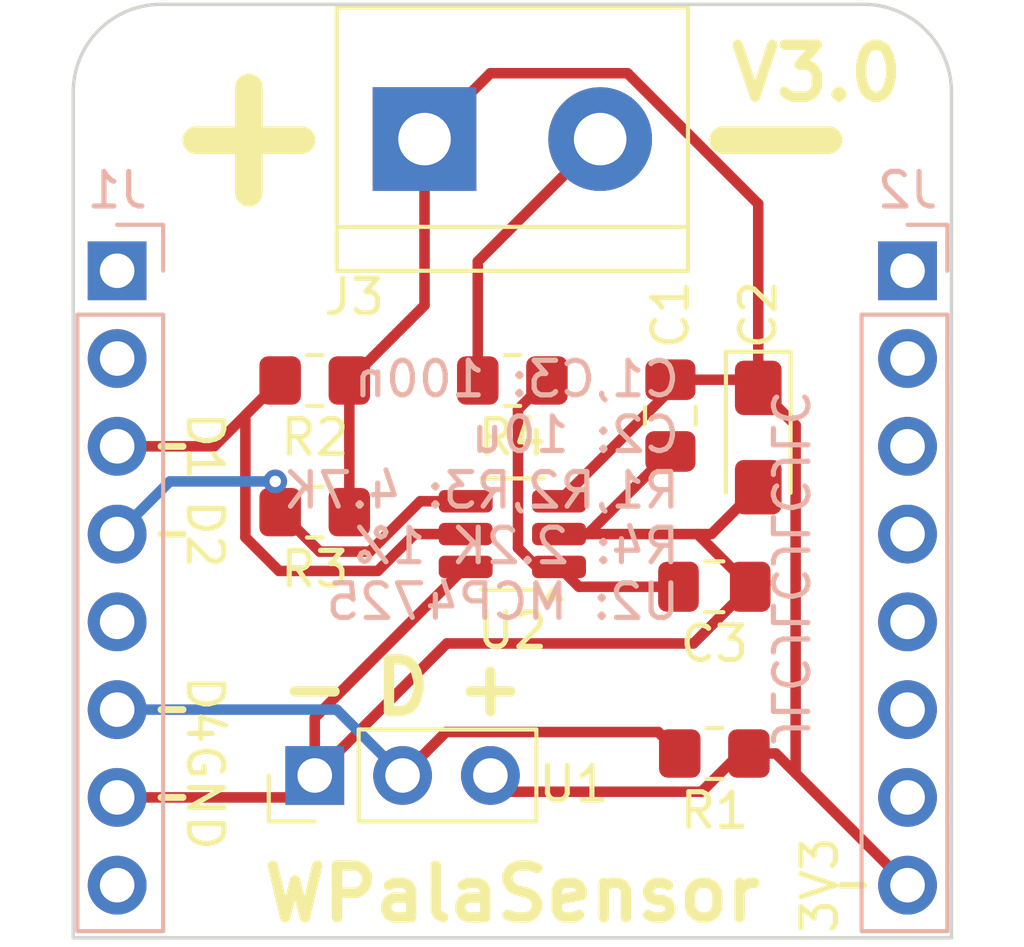
<source format=kicad_pcb>
(kicad_pcb (version 20240108) (generator "pcbnew") (generator_version "8.0")
  (layers (0 "F.Cu" signal) (31 "B.Cu" signal) (34 "B.Paste" user) (35 "F.Paste" user) (36 "B.SilkS" user "B.Silkscreen") (37 "F.SilkS" user "F.Silkscreen") (38 "B.Mask" user) (39 "F.Mask" user) (44 "Edge.Cuts" user))
  (net 0 "")
  (net 1 "Net-(U2-VOUT)")
  (net 2 "GND")
  (net 3 "VCC")
  (net 5 "Net-(J1-D2)")
  (net 6 "Net-(J1-D4)")
  (net 7 "Net-(J1-D1)")
  (net 18 "Net-(J3-Pin_2)")
  (footprint "Resistor_SMD:R_0805_2012Metric_Pad1.20x1.40mm_HandSolder" (layer "F.Cu") (at 42.672 39.37 180)
    (property "Reference" "R1" (at 0 -1.65 0) (layer "F.SilkS"))
    (property "Value" "4.7K")
    (fp_line (start -0.227064 0.735) (end 0.227064 0.735) (stroke (width 0.12)) (layer "F.SilkS"))
    (fp_line (start -0.227064 -0.735) (end 0.227064 -0.735) (stroke (width 0.12)) (layer "F.SilkS"))
    (pad "1" smd roundrect (at -1 0 180) (size 1.2 1.4) (layers "F.Cu" "F.Paste" "F.Mask") (roundrect_rratio 0.208333) (net 3 "VCC"))
    (pad "2" smd roundrect (at 1 0 180) (size 1.2 1.4) (layers "F.Cu" "F.Paste" "F.Mask") (roundrect_rratio 0.208333) (net 6 "Net-(J1-D4)"))
  )
  (footprint "Resistor_SMD:R_0805_2012Metric_Pad1.20x1.40mm_HandSolder" (layer "F.Cu") (at 31.115 28.575 180)
    (property "Reference" "R2" (at 0 -1.651 0) (layer "F.SilkS"))
    (property "Value" "4.7K")
    (fp_line (start -0.227064 0.735) (end 0.227064 0.735) (stroke (width 0.12)) (layer "F.SilkS"))
    (fp_line (start -0.227064 -0.735) (end 0.227064 -0.735) (stroke (width 0.12)) (layer "F.SilkS"))
    (pad "1" smd roundrect (at -1 0 180) (size 1.2 1.4) (layers "F.Cu" "F.Paste" "F.Mask") (roundrect_rratio 0.208333) (net 3 "VCC"))
    (pad "2" smd roundrect (at 1 0 180) (size 1.2 1.4) (layers "F.Cu" "F.Paste" "F.Mask") (roundrect_rratio 0.208333) (net 7 "Net-(J1-D1)"))
  )
  (footprint "Capacitor_SMD:C_0805_2012Metric_Pad1.18x1.45mm_HandSolder" (layer "F.Cu") (at 41.402 29.591 -90)
    (property "Reference" "C1" (at -2.921 0 90) (layer "F.SilkS"))
    (property "Value" "100n")
    (fp_line (start -0.261252 0.735) (end 0.261252 0.735) (stroke (width 0.12)) (layer "F.SilkS"))
    (fp_line (start -0.261252 -0.735) (end 0.261252 -0.735) (stroke (width 0.12)) (layer "F.SilkS"))
    (pad "1" smd roundrect (at -1.0375 0 270) (size 1.175 1.45) (layers "F.Cu" "F.Paste" "F.Mask") (roundrect_rratio 0.212766) (net 3 "VCC"))
    (pad "2" smd roundrect (at 1.0375 0 270) (size 1.175 1.45) (layers "F.Cu" "F.Paste" "F.Mask") (roundrect_rratio 0.212766) (net 2 "GND"))
  )
  (footprint "Capacitor_Tantalum_SMD:CP_EIA-3216-18_Kemet-A_Pad1.58x1.35mm_HandSolder" (layer "F.Cu") (at 43.942 30.226 -90)
    (property "Reference" "C2" (at -3.556 0 90) (layer "F.SilkS"))
    (property "Value" "10u")
    (fp_line (start -2.485 0.935) (end 1.6 0.935) (stroke (width 0.12)) (layer "F.SilkS"))
    (fp_line (start -2.485 -0.935) (end -2.485 0.935) (stroke (width 0.12)) (layer "F.SilkS"))
    (fp_line (start 1.6 -0.935) (end -2.485 -0.935) (stroke (width 0.12)) (layer "F.SilkS"))
    (pad "1" smd roundrect (at -1.4375 0 270) (size 1.575 1.35) (layers "F.Cu" "F.Paste" "F.Mask") (roundrect_rratio 0.185185) (net 3 "VCC"))
    (pad "2" smd roundrect (at 1.4375 0 270) (size 1.575 1.35) (layers "F.Cu" "F.Paste" "F.Mask") (roundrect_rratio 0.185185) (net 2 "GND"))
  )
  (footprint "Resistor_SMD:R_0805_2012Metric_Pad1.20x1.40mm_HandSolder" (layer "F.Cu") (at 31.115 32.385 180)
    (property "Reference" "R3" (at 0 -1.651 0) (layer "F.SilkS"))
    (property "Value" "4.7K")
    (fp_line (start -0.227064 0.735) (end 0.227064 0.735) (stroke (width 0.12)) (layer "F.SilkS"))
    (fp_line (start -0.227064 -0.735) (end 0.227064 -0.735) (stroke (width 0.12)) (layer "F.SilkS"))
    (pad "1" smd roundrect (at -1 0 180) (size 1.2 1.4) (layers "F.Cu" "F.Paste" "F.Mask") (roundrect_rratio 0.208333) (net 3 "VCC"))
    (pad "2" smd roundrect (at 1 0 180) (size 1.2 1.4) (layers "F.Cu" "F.Paste" "F.Mask") (roundrect_rratio 0.208333) (net 5 "Net-(J1-D2)"))
  )
  (footprint "Capacitor_SMD:C_0805_2012Metric_Pad1.18x1.45mm_HandSolder" (layer "F.Cu") (at 42.672 34.544)
    (property "Reference" "C3" (at 0 1.651 0) (layer "F.SilkS"))
    (property "Value" "100n")
    (fp_line (start -0.261252 -0.735) (end 0.261252 -0.735) (stroke (width 0.12)) (layer "F.SilkS"))
    (fp_line (start -0.261252 0.735) (end 0.261252 0.735) (stroke (width 0.12)) (layer "F.SilkS"))
    (pad "1" smd roundrect (at -1.0375 0) (size 1.175 1.45) (layers "F.Cu" "F.Paste" "F.Mask") (roundrect_rratio 0.212766) (net 1 "Net-(U2-VOUT)"))
    (pad "2" smd roundrect (at 1.0375 0) (size 1.175 1.45) (layers "F.Cu" "F.Paste" "F.Mask") (roundrect_rratio 0.212766) (net 2 "GND"))
  )
  (footprint "Resistor_SMD:R_0805_2012Metric_Pad1.20x1.40mm_HandSolder" (layer "F.Cu") (at 36.83 28.575)
    (property "Reference" "R4" (at 0 1.651 0) (layer "F.SilkS"))
    (property "Value" "2.2K 1%")
    (fp_line (start -0.227064 -0.735) (end 0.227064 -0.735) (stroke (width 0.12)) (layer "F.SilkS"))
    (fp_line (start -0.227064 0.735) (end 0.227064 0.735) (stroke (width 0.12)) (layer "F.SilkS"))
    (pad "1" smd roundrect (at -1 0) (size 1.2 1.4) (layers "F.Cu" "F.Paste" "F.Mask") (roundrect_rratio 0.208333) (net 18 "Net-(J3-Pin_2)"))
    (pad "2" smd roundrect (at 1 0) (size 1.2 1.4) (layers "F.Cu" "F.Paste" "F.Mask") (roundrect_rratio 0.208333) (net 1 "Net-(U2-VOUT)"))
  )
  (footprint "Connector_PinHeader_2.54mm:PinHeader_1x03_P2.54mm_Vertical" (layer "F.Cu") (at 31.115 40.005 90)
    (property "Reference" "U1" (at -0.254 7.493 180) (layer "F.SilkS"))
    (property "Value" "DS18B20")
    (fp_line (start -1.33 -1.33) (end 0 -1.33) (stroke (width 0.12)) (layer "F.SilkS"))
    (fp_line (start -1.33 0) (end -1.33 -1.33) (stroke (width 0.12)) (layer "F.SilkS"))
    (fp_line (start 1.33 1.27) (end 1.33 6.41) (stroke (width 0.12)) (layer "F.SilkS"))
    (fp_line (start -1.33 1.27) (end 1.33 1.27) (stroke (width 0.12)) (layer "F.SilkS"))
    (fp_line (start -1.33 1.27) (end -1.33 6.41) (stroke (width 0.12)) (layer "F.SilkS"))
    (fp_line (start -1.33 6.41) (end 1.33 6.41) (stroke (width 0.12)) (layer "F.SilkS"))
    (pad "1" thru_hole rect (at 0 0 90) (size 1.7 1.7) (drill 1) (layers "*.Cu" "*.Mask") (net 2 "GND"))
    (pad "2" thru_hole oval (at 0 2.54 90) (size 1.7 1.7) (drill 1) (layers "*.Cu" "*.Mask") (net 6 "Net-(J1-D4)"))
    (pad "3" thru_hole oval (at 0 5.08 90) (size 1.7 1.7) (drill 1) (layers "*.Cu" "*.Mask") (net 3 "VCC"))
  )
  (footprint "Package_TO_SOT_SMD:SOT-23-6_Handsoldering" (layer "F.Cu") (at 36.83 33.02 180)
    (property "Reference" "U2" (at 0 -2.794 0) (layer "F.SilkS"))
    (property "Value" "MCP4725")
    (fp_line (start 0.1 -1.61) (end 0.9 -1.61) (stroke (width 0.12)) (layer "F.SilkS"))
    (fp_line (start 0.1 -1.61) (end -0.7 -1.61) (stroke (width 0.12)) (layer "F.SilkS"))
    (fp_line (start -0.9 1.61) (end 0.9 1.61) (stroke (width 0.12)) (layer "F.SilkS"))
    (fp_poly (pts (xy -1.2 -1.56) (xy -1.44 -1.89) (xy -0.96 -1.89) (xy -1.2 -1.56)) (stroke (width 0.12)) (fill solid) (layer "F.SilkS"))
    (pad "1" smd roundrect (at -1.35 -0.95 180) (size 1.56 0.65) (layers "F.Cu" "F.Paste" "F.Mask") (net 1 "Net-(U2-VOUT)"))
    (pad "2" smd roundrect (at -1.35 0 180) (size 1.56 0.65) (layers "F.Cu" "F.Paste" "F.Mask") (net 2 "GND"))
    (pad "3" smd roundrect (at -1.35 0.95 180) (size 1.56 0.65) (layers "F.Cu" "F.Paste" "F.Mask") (net 3 "VCC"))
    (pad "4" smd roundrect (at 1.35 0.95 180) (size 1.56 0.65) (layers "F.Cu" "F.Paste" "F.Mask") (net 5 "Net-(J1-D2)"))
    (pad "5" smd roundrect (at 1.35 0 180) (size 1.56 0.65) (layers "F.Cu" "F.Paste" "F.Mask") (net 7 "Net-(J1-D1)"))
    (pad "6" smd roundrect (at 1.35 -0.95 180) (size 1.56 0.65) (layers "F.Cu" "F.Paste" "F.Mask") (net 2 "GND"))
  )
  (footprint "TerminalBlock:TerminalBlock_bornier-2_P5.08mm" (layer "F.Cu") (at 34.29 21.59)
    (property "Reference" "J3" (at -2.032 4.572 0) (layer "F.SilkS"))
    (property "Value" "Fumis T01")
    (fp_line (start -2.54 -3.81) (end -2.54 3.81) (stroke (width 0.12)) (layer "F.SilkS"))
    (fp_line (start -2.54 3.81) (end 7.62 3.81) (stroke (width 0.12)) (layer "F.SilkS"))
    (fp_line (start 7.62 -3.81) (end -2.54 -3.81) (stroke (width 0.12)) (layer "F.SilkS"))
    (fp_line (start 7.62 2.54) (end -2.54 2.54) (stroke (width 0.12)) (layer "F.SilkS"))
    (fp_line (start 7.62 3.81) (end 7.62 -3.81) (stroke (width 0.12)) (layer "F.SilkS"))
    (pad "1" thru_hole rect (at 0 0) (size 3 3) (drill 1.52) (layers "*.Cu" "*.Mask") (net 3 "VCC"))
    (pad "2" thru_hole circle (at 5.08 0) (size 3 3) (drill 1.52) (layers "*.Cu" "*.Mask") (net 18 "Net-(J3-Pin_2)"))
  )
  (footprint "wemos_d1_mini:WeMos_D1_mini_Hat_Left" (layer "B.Cu") (at 25.4 25.4 180)
    (property "Reference" "J1" (at 0 2.33 0) (layer "B.SilkS") (effects (justify mirror)))
    (property "Value" "WeMos_mini_Hat_Left")
    (fp_line (start 1.15 -1.27) (end -1.33 -1.27) (stroke (width 0.12)) (layer "B.SilkS"))
    (fp_line (start 1.15 -19.11) (end 1.15 -1.27) (stroke (width 0.12)) (layer "B.SilkS"))
    (fp_line (start 1.15 -19.11) (end -1.33 -19.11) (stroke (width 0.12)) (layer "B.SilkS"))
    (fp_line (start 0 1.33) (end -1.33 1.33) (stroke (width 0.12)) (layer "B.SilkS"))
    (fp_line (start -1.33 1.33) (end -1.33 0) (stroke (width 0.12)) (layer "B.SilkS"))
    (fp_line (start -1.33 -19.11) (end -1.33 -1.27) (stroke (width 0.12)) (layer "B.SilkS"))
    (pad "1" thru_hole rect (at 0 0 180) (size 1.7 1.7) (drill 1) (layers "*.Cu" "*.Mask"))
    (pad "2" thru_hole oval (at 0 -2.54 180) (size 1.7 1.7) (drill 1) (layers "*.Cu" "*.Mask"))
    (pad "3" thru_hole oval (at 0 -5.08 180) (size 1.7 1.7) (drill 1) (layers "*.Cu" "*.Mask") (net 7 "Net-(J1-D1)"))
    (pad "4" thru_hole oval (at 0 -7.62 180) (size 1.7 1.7) (drill 1) (layers "*.Cu" "*.Mask") (net 5 "Net-(J1-D2)"))
    (pad "5" thru_hole oval (at 0 -10.16 180) (size 1.7 1.7) (drill 1) (layers "*.Cu" "*.Mask"))
    (pad "6" thru_hole oval (at 0 -12.7 180) (size 1.7 1.7) (drill 1) (layers "*.Cu" "*.Mask") (net 6 "Net-(J1-D4)"))
    (pad "7" thru_hole oval (at 0 -15.24 180) (size 1.7 1.7) (drill 1) (layers "*.Cu" "*.Mask") (net 2 "GND"))
    (pad "8" thru_hole oval (at 0 -17.78 180) (size 1.7 1.7) (drill 1) (layers "*.Cu" "*.Mask"))
  )
  (footprint "wemos_d1_mini:WeMos_D1_mini_Hat_Right" (layer "B.Cu") (at 48.26 25.4 180)
    (property "Reference" "J2" (at 0 2.33 0) (layer "B.SilkS") (effects (justify mirror)))
    (property "Value" "WeMos_mini_Hat_Right")
    (fp_line (start 1.33 -1.27) (end -1.15 -1.27) (stroke (width 0.12)) (layer "B.SilkS"))
    (fp_line (start 1.33 -19.08) (end 1.33 -1.27) (stroke (width 0.12)) (layer "B.SilkS"))
    (fp_line (start 1.33 -19.11) (end -1.15 -19.11) (stroke (width 0.12)) (layer "B.SilkS"))
    (fp_line (start 0 1.33) (end -1.15 1.33) (stroke (width 0.12)) (layer "B.SilkS"))
    (fp_line (start -1.15 1.33) (end -1.15 0) (stroke (width 0.12)) (layer "B.SilkS"))
    (fp_line (start -1.15 -19.08) (end -1.15 -1.27) (stroke (width 0.12)) (layer "B.SilkS"))
    (pad "1" thru_hole rect (at 0 0 180) (size 1.7 1.7) (drill 1) (layers "*.Cu" "*.Mask"))
    (pad "2" thru_hole oval (at 0 -2.54 180) (size 1.7 1.7) (drill 1) (layers "*.Cu" "*.Mask"))
    (pad "3" thru_hole oval (at 0 -5.08 180) (size 1.7 1.7) (drill 1) (layers "*.Cu" "*.Mask"))
    (pad "4" thru_hole oval (at 0 -7.62 180) (size 1.7 1.7) (drill 1) (layers "*.Cu" "*.Mask"))
    (pad "5" thru_hole oval (at 0 -10.16 180) (size 1.7 1.7) (drill 1) (layers "*.Cu" "*.Mask"))
    (pad "6" thru_hole oval (at 0 -12.7 180) (size 1.7 1.7) (drill 1) (layers "*.Cu" "*.Mask"))
    (pad "7" thru_hole oval (at 0 -15.24 180) (size 1.7 1.7) (drill 1) (layers "*.Cu" "*.Mask"))
    (pad "8" thru_hole oval (at 0 -17.78 180) (size 1.7 1.7) (drill 1) (layers "*.Cu" "*.Mask") (net 3 "VCC"))
  )
  (gr_line (start 46.355 43.18) (end 46.99 43.18) (stroke (width 0.2)) (layer "F.SilkS"))
  (gr_line (start 26.67 30.48) (end 27.305 30.48) (stroke (width 0.2)) (layer "F.SilkS"))
  (gr_line (start 26.67 40.64) (end 27.305 40.64) (stroke (width 0.2)) (layer "F.SilkS"))
  (gr_line (start 26.67 33.02) (end 27.305 33.02) (stroke (width 0.2)) (layer "F.SilkS"))
  (gr_line (start 26.67 38.1) (end 27.305 38.1) (stroke (width 0.2)) (layer "F.SilkS"))
  (gr_arc (start 24.13 20.23) (mid 24.873949 18.433949) (end 26.67 17.69) (stroke (width 0.1)) (layer "Edge.Cuts"))
  (gr_arc (start 46.99 17.69) (mid 48.786051 18.433949) (end 49.53 20.23) (stroke (width 0.1)) (layer "Edge.Cuts"))
  (gr_line (start 26.67 17.69) (end 46.99 17.69) (stroke (width 0.1)) (layer "Edge.Cuts"))
  (gr_line (start 24.13 44.704) (end 49.53 44.704) (stroke (width 0.1)) (layer "Edge.Cuts"))
  (gr_line (start 49.53 44.704) (end 49.53 20.23) (stroke (width 0.1)) (layer "Edge.Cuts"))
  (gr_line (start 24.13 20.23) (end 24.13 44.704) (stroke (width 0.1)) (layer "Edge.Cuts"))
  (gr_text "C1,C3: 100n\nC2: 10u\nR1,R2,R3: 4.7K\nR4: 2.2K 1%\nU2: MCP4725" (at 41.75 35.56 -0) (layer "B.SilkS") (effects (font (size 1 1)) (justify left bottom mirror)))
  (gr_text "JLCJLCJLCJLC" (at 44.25 39.25 -90) (layer "B.SilkS") (effects (font (size 1 1)) (justify left bottom mirror)))
  (gr_text "+" (at 29.21 21.336 0) (layer "F.SilkS") (effects (font (size 4 4) (thickness 0.8) (bold yes))))
  (gr_text "GND" (at 27.94 40.64 270) (layer "F.SilkS") (effects (font (size 1 1))))
  (gr_text "3V3" (at 45.72 43.18 90) (layer "F.SilkS") (effects (font (size 1 1))))
  (gr_text "D1" (at 27.94 30.48 270) (layer "F.SilkS") (effects (font (size 1 1))))
  (gr_text "V3.0" (at 48.26 19.685 0) (layer "F.SilkS") (effects (font (size 1.5 1.5) (thickness 0.3)) (justify right)))
  (gr_text "-" (at 31.115 37.465 0) (layer "F.SilkS") (effects (font (size 1.5 1.5) (thickness 0.3))))
  (gr_text "-" (at 44.45 21.336 0) (layer "F.SilkS") (effects (font (size 4 4) (thickness 0.8) (bold yes))))
  (gr_text "D4" (at 27.94 38.1 270) (layer "F.SilkS") (effects (font (size 1 1))))
  (gr_text "WPalaSensor" (at 36.83 43.434 0) (layer "F.SilkS") (effects (font (size 1.5 1.5) (thickness 0.3))))
  (gr_text "D" (at 33.655 37.465 0) (layer "F.SilkS") (effects (font (size 1.5 1.5) (thickness 0.3))))
  (gr_text "D2" (at 27.94 33.02 270) (layer "F.SilkS") (effects (font (size 1 1))))
  (gr_text "+" (at 36.195 37.465 0) (layer "F.SilkS") (effects (font (size 1.5 1.5) (thickness 0.3))))
  (segment (start 38.18 33.97) (end 37.54095 33.97) (width 0.3048) (layer "F.Cu") (net 1))
  (segment (start 36.9936 29.4114) (end 37.83 28.575) (width 0.3048) (layer "F.Cu") (net 1))
  (segment (start 38.754 34.544) (end 38.18 33.97) (width 0.3048) (layer "F.Cu") (net 1))
  (segment (start 36.9936 33.42265) (end 36.9936 29.4114) (width 0.3048) (layer "F.Cu") (net 1))
  (segment (start 37.54095 33.97) (end 36.9936 33.42265) (width 0.3048) (layer "F.Cu") (net 1))
  (segment (start 41.6345 34.544) (end 38.754 34.544) (width 0.3048) (layer "F.Cu") (net 1))
  (segment (start 42.5855 33.02) (end 43.942 31.6635) (width 0.3048) (layer "F.Cu") (net 2))
  (segment (start 30.48 40.64) (end 31.115 40.005) (width 0.3048) (layer "F.Cu") (net 2))
  (segment (start 38.18 33.02) (end 39.0105 33.02) (width 0.3048) (layer "F.Cu") (net 2))
  (segment (start 34.934818 36.185182) (end 42.068318 36.185182) (width 0.3048) (layer "F.Cu") (net 2))
  (segment (start 31.115 38.335) (end 35.48 33.97) (width 0.3048) (layer "F.Cu") (net 2))
  (segment (start 31.115 40.005) (end 34.934818 36.185182) (width 0.3048) (layer "F.Cu") (net 2))
  (segment (start 39.0105 33.02) (end 41.402 30.6285) (width 0.3048) (layer "F.Cu") (net 2))
  (segment (start 25.4 40.64) (end 30.48 40.64) (width 0.3048) (layer "F.Cu") (net 2))
  (segment (start 42.068318 36.185182) (end 43.7095 34.544) (width 0.3048) (layer "F.Cu") (net 2))
  (segment (start 38.18 33.02) (end 42.1855 33.02) (width 0.3048) (layer "F.Cu") (net 2))
  (segment (start 31.115 40.005) (end 31.115 38.335) (width 0.3048) (layer "F.Cu") (net 2))
  (segment (start 42.1855 33.02) (end 43.7095 34.544) (width 0.3048) (layer "F.Cu") (net 2))
  (segment (start 42.1855 33.02) (end 42.5855 33.02) (width 0.3048) (layer "F.Cu") (net 2))
  (segment (start 36.6664 40.4764) (end 36.195 40.005) (width 0.3048) (layer "F.Cu") (net 3))
  (segment (start 34.29 21.59) (end 34.29 26.4) (width 0.3048) (layer "F.Cu") (net 3))
  (segment (start 43.942 28.7885) (end 43.942 23.465943) (width 0.3048) (layer "F.Cu") (net 3))
  (segment (start 43.707 28.5535) (end 43.942 28.7885) (width 0.3048) (layer "F.Cu") (net 3))
  (segment (start 34.29 26.4) (end 32.115 28.575) (width 0.3048) (layer "F.Cu") (net 3))
  (segment (start 45.0234 39.9434) (end 45.0234 29.8699) (width 0.3048) (layer "F.Cu") (net 3))
  (segment (start 38.18 32.07) (end 41.402 28.848) (width 0.3048) (layer "F.Cu") (net 3))
  (segment (start 43.672 39.37) (end 44.45 39.37) (width 0.3048) (layer "F.Cu") (net 3))
  (segment (start 41.402 28.848) (end 41.402 28.5535) (width 0.3048) (layer "F.Cu") (net 3))
  (segment (start 42.300818 40.4764) (end 36.6664 40.4764) (width 0.3048) (layer "F.Cu") (net 3))
  (segment (start 32.115 32.385) (end 32.115 28.575) (width 0.3048) (layer "F.Cu") (net 3))
  (segment (start 44.45 39.37) (end 45.0234 39.9434) (width 0.3048) (layer "F.Cu") (net 3))
  (segment (start 43.942 23.465943) (end 40.159657 19.6836) (width 0.3048) (layer "F.Cu") (net 3))
  (segment (start 41.402 28.5535) (end 43.707 28.5535) (width 0.3048) (layer "F.Cu") (net 3))
  (segment (start 36.1964 19.6836) (end 34.29 21.59) (width 0.3048) (layer "F.Cu") (net 3))
  (segment (start 48.26 43.18) (end 45.0234 39.9434) (width 0.3048) (layer "F.Cu") (net 3))
  (segment (start 45.0234 29.8699) (end 43.942 28.7885) (width 0.3048) (layer "F.Cu") (net 3))
  (segment (start 43.407218 39.37) (end 42.300818 40.4764) (width 0.3048) (layer "F.Cu") (net 3))
  (segment (start 43.672 39.37) (end 43.407218 39.37) (width 0.3048) (layer "F.Cu") (net 3))
  (segment (start 40.159657 19.6836) (end 36.1964 19.6836) (width 0.3048) (layer "F.Cu") (net 3))
  (segment (start 29.972 31.496) (end 29.972 32.242) (width 0.3048) (layer "F.Cu") (net 5))
  (segment (start 34.165218 32.07) (end 32.707218 33.528) (width 0.3048) (layer "F.Cu") (net 5))
  (segment (start 31.258 33.528) (end 30.115 32.385) (width 0.3048) (layer "F.Cu") (net 5))
  (segment (start 29.972 32.242) (end 30.115 32.385) (width 0.3048) (layer "F.Cu") (net 5))
  (segment (start 32.707218 33.528) (end 31.258 33.528) (width 0.3048) (layer "F.Cu") (net 5))
  (segment (start 35.48 32.07) (end 34.165218 32.07) (width 0.3048) (layer "F.Cu") (net 5))
  (via (at 29.972 31.496) (size 0.6858) (drill 0.3302) (layers "F.Cu" "B.Cu") (net 5))
  (segment (start 26.924 31.496) (end 29.972 31.496) (width 0.3048) (layer "B.Cu") (net 5))
  (segment (start 25.4 33.02) (end 26.924 31.496) (width 0.3048) (layer "B.Cu") (net 5))
  (segment (start 34.9114 38.7486) (end 33.655 40.005) (width 0.3048) (layer "F.Cu") (net 6))
  (segment (start 41.0506 38.7486) (end 34.9114 38.7486) (width 0.3048) (layer "F.Cu") (net 6))
  (segment (start 41.672 39.37) (end 41.0506 38.7486) (width 0.3048) (layer "F.Cu") (net 6))
  (segment (start 25.4 38.1) (end 31.75 38.1) (width 0.3048) (layer "B.Cu") (net 6))
  (segment (start 31.75 38.1) (end 33.655 40.005) (width 0.3048) (layer "B.Cu") (net 6))
  (segment (start 29.1086 29.5814) (end 30.115 28.575) (width 0.3048) (layer "F.Cu") (net 7))
  (segment (start 35.48 33.02) (end 34.00548 33.02) (width 0.3048) (layer "F.Cu") (net 7))
  (segment (start 34.00548 33.02) (end 32.93868 34.0868) (width 0.3048) (layer "F.Cu") (net 7))
  (segment (start 30.081582 34.0868) (end 29.1086 33.113818) (width 0.3048) (layer "F.Cu") (net 7))
  (segment (start 25.4 30.48) (end 28.21 30.48) (width 0.3048) (layer "F.Cu") (net 7))
  (segment (start 28.21 30.48) (end 30.115 28.575) (width 0.3048) (layer "F.Cu") (net 7))
  (segment (start 29.1086 33.113818) (end 29.1086 29.5814) (width 0.3048) (layer "F.Cu") (net 7))
  (segment (start 32.93868 34.0868) (end 30.081582 34.0868) (width 0.3048) (layer "F.Cu") (net 7))
  (segment (start 35.83 25.13) (end 39.37 21.59) (width 0.3048) (layer "F.Cu") (net 18))
  (segment (start 35.83 28.575) (end 35.83 25.13) (width 0.3048) (layer "F.Cu") (net 18))
)
</source>
